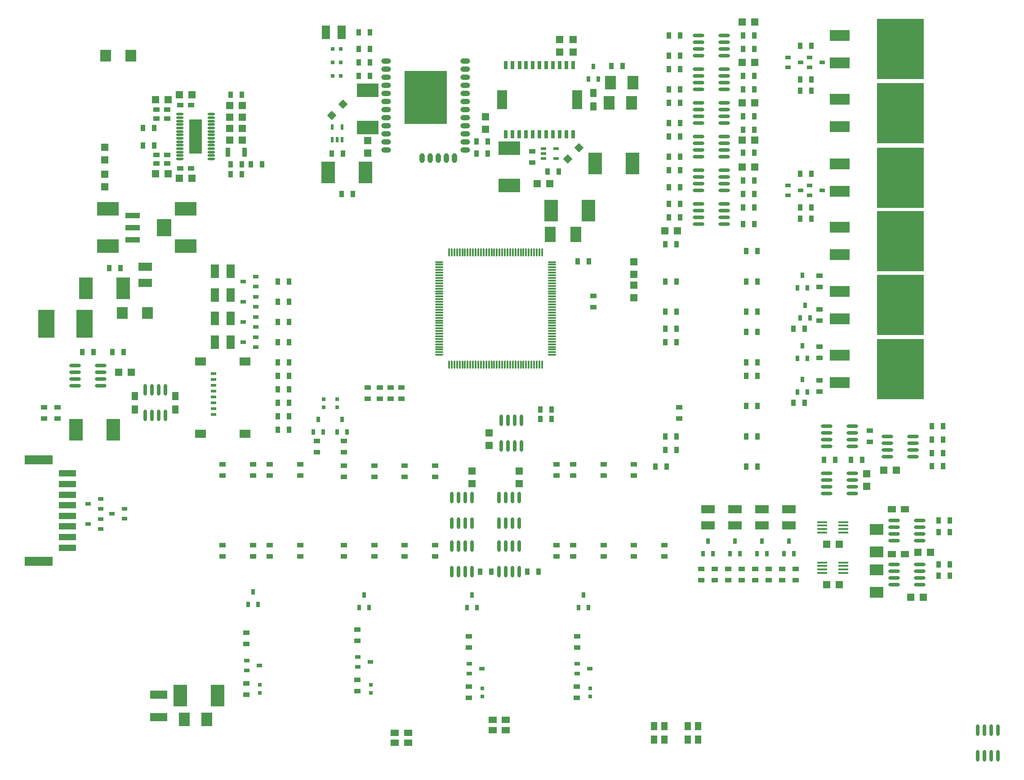
<source format=gtp>
G04 Layer_Color=8421504*
%FSLAX24Y24*%
%MOIN*%
G70*
G01*
G75*
%ADD10O,0.0236X0.0866*%
%ADD11R,0.1614X0.1024*%
%ADD12R,0.0571X0.0532*%
%ADD13P,0.0724X4X90.0*%
%ADD14R,0.0335X0.0512*%
%ADD15R,0.0492X0.0591*%
%ADD16R,0.0591X0.0492*%
%ADD17R,0.1230X0.2100*%
%ADD18R,0.0315X0.0315*%
%ADD19R,0.0532X0.0571*%
%ADD20R,0.0984X0.0787*%
%ADD21R,0.0512X0.0335*%
%ADD22R,0.0276X0.0394*%
%ADD23R,0.1024X0.0591*%
%ADD24R,0.0315X0.0315*%
%ADD25R,0.0827X0.1177*%
%ADD26R,0.1024X0.1614*%
%ADD27R,0.0394X0.0276*%
%ADD28R,0.1260X0.0472*%
%ADD29R,0.2087X0.0669*%
%ADD30R,0.0236X0.0394*%
%ADD31R,0.0787X0.0591*%
%ADD32R,0.0413X0.0236*%
%ADD33O,0.0866X0.0236*%
%ADD34R,0.0787X0.0984*%
%ADD35R,0.1260X0.0591*%
%ADD36R,0.0827X0.0906*%
%ADD37R,0.0591X0.1024*%
%ADD38O,0.0118X0.0650*%
%ADD39O,0.0650X0.0118*%
%ADD40R,0.0315X0.0591*%
%ADD41R,0.0748X0.1437*%
%ADD42R,0.0394X0.0236*%
%ADD43R,0.3150X0.3937*%
G04:AMPARAMS|DCode=44|XSize=39.4mil|YSize=72.8mil|CornerRadius=19.7mil|HoleSize=0mil|Usage=FLASHONLY|Rotation=90.000|XOffset=0mil|YOffset=0mil|HoleType=Round|Shape=RoundedRectangle|*
%AMROUNDEDRECTD44*
21,1,0.0394,0.0335,0,0,90.0*
21,1,0.0000,0.0728,0,0,90.0*
1,1,0.0394,0.0167,0.0000*
1,1,0.0394,0.0167,0.0000*
1,1,0.0394,-0.0167,0.0000*
1,1,0.0394,-0.0167,0.0000*
%
%ADD44ROUNDEDRECTD44*%
G04:AMPARAMS|DCode=45|XSize=39.4mil|YSize=72.8mil|CornerRadius=19.7mil|HoleSize=0mil|Usage=FLASHONLY|Rotation=180.000|XOffset=0mil|YOffset=0mil|HoleType=Round|Shape=RoundedRectangle|*
%AMROUNDEDRECTD45*
21,1,0.0394,0.0335,0,0,180.0*
21,1,0.0000,0.0728,0,0,180.0*
1,1,0.0394,0.0000,0.0167*
1,1,0.0394,0.0000,0.0167*
1,1,0.0394,0.0000,-0.0167*
1,1,0.0394,0.0000,-0.0167*
%
%ADD45ROUNDEDRECTD45*%
%ADD46O,0.0748X0.0161*%
%ADD47R,0.1500X0.0799*%
%ADD48R,0.3500X0.4500*%
%ADD49R,0.1063X0.1299*%
%ADD50R,0.1063X0.0394*%
%ADD51R,0.0374X0.0669*%
%ADD52R,0.0512X0.0354*%
%ADD53O,0.0551X0.0177*%
%ADD54R,0.0945X0.2559*%
D10*
X68250Y2945D02*
D03*
X67750D02*
D03*
X67250D02*
D03*
X66750D02*
D03*
X68250Y1055D02*
D03*
X67750D02*
D03*
X67250D02*
D03*
X66750D02*
D03*
X28250Y14705D02*
D03*
X28750D02*
D03*
X27750Y18305D02*
D03*
X28250D02*
D03*
X28750D02*
D03*
X29250D02*
D03*
X27750Y20195D02*
D03*
X28250D02*
D03*
X28750D02*
D03*
X29250D02*
D03*
Y16595D02*
D03*
X28750D02*
D03*
X28250D02*
D03*
X27750D02*
D03*
X29250Y14705D02*
D03*
X27750D02*
D03*
X31400Y24055D02*
D03*
X31900D02*
D03*
X32400D02*
D03*
X32900D02*
D03*
X31400Y25945D02*
D03*
X31900D02*
D03*
X32400D02*
D03*
X32900D02*
D03*
X6500Y28195D02*
D03*
X6000D02*
D03*
X5500D02*
D03*
X5000D02*
D03*
X6500Y26305D02*
D03*
X6000D02*
D03*
X5500D02*
D03*
X5000D02*
D03*
X31250Y18305D02*
D03*
X31750D02*
D03*
X32250D02*
D03*
X32750D02*
D03*
X31250Y20195D02*
D03*
X31750D02*
D03*
X32250D02*
D03*
X32750D02*
D03*
Y16595D02*
D03*
X32250D02*
D03*
X31750D02*
D03*
X31250D02*
D03*
X32750Y14705D02*
D03*
X31250D02*
D03*
X32250D02*
D03*
X31750D02*
D03*
D11*
X21500Y47672D02*
D03*
Y50428D02*
D03*
X32000Y43372D02*
D03*
Y46128D02*
D03*
X2250Y41628D02*
D03*
Y38872D02*
D03*
X8000Y41628D02*
D03*
Y38872D02*
D03*
D12*
X21500Y45787D02*
D03*
Y46713D02*
D03*
X41250Y37713D02*
D03*
Y36787D02*
D03*
Y35963D02*
D03*
Y35037D02*
D03*
X58500Y21963D02*
D03*
Y21037D02*
D03*
X30500Y25013D02*
D03*
Y24087D02*
D03*
X29250Y22163D02*
D03*
Y21237D02*
D03*
X35750Y54213D02*
D03*
Y53287D02*
D03*
X36750D02*
D03*
Y54213D02*
D03*
X30250Y48463D02*
D03*
Y47537D02*
D03*
X32750Y22163D02*
D03*
Y21237D02*
D03*
X2000Y45287D02*
D03*
Y46213D02*
D03*
Y44213D02*
D03*
Y43287D02*
D03*
D13*
X37168Y46168D02*
D03*
X36332Y45332D02*
D03*
X18832Y48582D02*
D03*
X19668Y49418D02*
D03*
D14*
X35151Y26745D02*
D03*
X34324D02*
D03*
X35151Y26045D02*
D03*
X34324D02*
D03*
X19663Y45750D02*
D03*
X18837D02*
D03*
X37913Y37750D02*
D03*
X37087D02*
D03*
X3163Y37250D02*
D03*
X2337D02*
D03*
X21663Y54750D02*
D03*
X20837D02*
D03*
X44413Y32750D02*
D03*
X43587D02*
D03*
X49587Y32500D02*
D03*
X50413D02*
D03*
X43587Y31750D02*
D03*
X44413D02*
D03*
X49587Y29250D02*
D03*
X50413D02*
D03*
X43587Y24750D02*
D03*
X44413D02*
D03*
X50413D02*
D03*
X49587D02*
D03*
X44413Y23750D02*
D03*
X43587D02*
D03*
X49587Y22500D02*
D03*
X50413D02*
D03*
X42837D02*
D03*
X43663D02*
D03*
X49587Y27000D02*
D03*
X50413D02*
D03*
X1163Y31000D02*
D03*
X337D02*
D03*
X3413D02*
D03*
X2587D02*
D03*
X49587Y30250D02*
D03*
X50413D02*
D03*
X20413Y42750D02*
D03*
X19587D02*
D03*
X15663Y36250D02*
D03*
X14837D02*
D03*
X15663Y34750D02*
D03*
X14837D02*
D03*
X15663Y33250D02*
D03*
X14837D02*
D03*
X15663Y31750D02*
D03*
X14837D02*
D03*
X35663Y44400D02*
D03*
X34837D02*
D03*
X43837Y42000D02*
D03*
X44663D02*
D03*
X50163Y41750D02*
D03*
X49337D02*
D03*
X30413Y46650D02*
D03*
X29587D02*
D03*
X50163Y54500D02*
D03*
X49337D02*
D03*
X43837D02*
D03*
X44663D02*
D03*
X53587Y53750D02*
D03*
X54413D02*
D03*
Y51250D02*
D03*
X53587D02*
D03*
X43837Y53000D02*
D03*
X44663D02*
D03*
X53587Y50400D02*
D03*
X54413D02*
D03*
X49337Y53500D02*
D03*
X50163D02*
D03*
X54413Y44250D02*
D03*
X53587D02*
D03*
X54413Y41750D02*
D03*
X53587D02*
D03*
Y40900D02*
D03*
X54413D02*
D03*
X50163Y50500D02*
D03*
X49337D02*
D03*
X43837Y52000D02*
D03*
X44663D02*
D03*
X53087Y27250D02*
D03*
X53913D02*
D03*
X43837Y50500D02*
D03*
X44663D02*
D03*
X49337Y51500D02*
D03*
X50163D02*
D03*
X53913Y32750D02*
D03*
X53087D02*
D03*
X44413Y36250D02*
D03*
X43587D02*
D03*
X49587D02*
D03*
X50413D02*
D03*
X43587Y39000D02*
D03*
X44413D02*
D03*
X50413Y38500D02*
D03*
X49587D02*
D03*
X44413Y34000D02*
D03*
X43587D02*
D03*
X49587D02*
D03*
X50413D02*
D03*
X63337Y23500D02*
D03*
X64163D02*
D03*
X55337Y23000D02*
D03*
X56163D02*
D03*
X57337D02*
D03*
X58163D02*
D03*
X49337Y48500D02*
D03*
X50163D02*
D03*
X49337Y47500D02*
D03*
X50163D02*
D03*
X49337Y45800D02*
D03*
X50163D02*
D03*
X43837Y49500D02*
D03*
X44663D02*
D03*
X64163Y24500D02*
D03*
X63337D02*
D03*
X43837Y48000D02*
D03*
X44663D02*
D03*
X63337Y25500D02*
D03*
X64163D02*
D03*
X43837Y47000D02*
D03*
X44663D02*
D03*
X43837Y45500D02*
D03*
X44663D02*
D03*
X21663Y53500D02*
D03*
X20837D02*
D03*
X21663Y52500D02*
D03*
X20837D02*
D03*
X21663Y51500D02*
D03*
X20837D02*
D03*
X30413Y45750D02*
D03*
X29587D02*
D03*
X64663Y14400D02*
D03*
X63837D02*
D03*
X64663Y15250D02*
D03*
X63837D02*
D03*
X49337Y40500D02*
D03*
X50163D02*
D03*
X64663Y18500D02*
D03*
X63837D02*
D03*
X44663Y41000D02*
D03*
X43837D02*
D03*
X64663Y17650D02*
D03*
X63837D02*
D03*
X49337Y43750D02*
D03*
X50163D02*
D03*
X49337Y42750D02*
D03*
X50163D02*
D03*
X43837Y44500D02*
D03*
X44663D02*
D03*
X43837Y43250D02*
D03*
X44663D02*
D03*
X14837Y26250D02*
D03*
X15663D02*
D03*
X14837Y25250D02*
D03*
X15663D02*
D03*
X14837Y27250D02*
D03*
X15663D02*
D03*
X14837Y28250D02*
D03*
X15663D02*
D03*
X14837Y29250D02*
D03*
X15663D02*
D03*
X14837Y30250D02*
D03*
X15663D02*
D03*
X63337Y22550D02*
D03*
X64163D02*
D03*
X39587Y52250D02*
D03*
X40413D02*
D03*
X29837Y14700D02*
D03*
X30663D02*
D03*
X33337D02*
D03*
X34163D02*
D03*
X12163Y50100D02*
D03*
X11337D02*
D03*
X5663Y47650D02*
D03*
X4837D02*
D03*
X12837Y44950D02*
D03*
X13663D02*
D03*
X5663Y46350D02*
D03*
X4837D02*
D03*
X12163Y44200D02*
D03*
X11337D02*
D03*
X12163Y44950D02*
D03*
X11337D02*
D03*
D15*
X38250Y50242D02*
D03*
Y49258D02*
D03*
X46000Y2258D02*
D03*
Y3242D02*
D03*
X45250Y2258D02*
D03*
Y3242D02*
D03*
X43500Y2258D02*
D03*
Y3242D02*
D03*
X42750Y2258D02*
D03*
Y3242D02*
D03*
X7250Y26758D02*
D03*
Y27742D02*
D03*
X4250Y26758D02*
D03*
Y27742D02*
D03*
D16*
X31742Y3700D02*
D03*
X30758D02*
D03*
X31742Y2950D02*
D03*
X30758D02*
D03*
X24492Y2750D02*
D03*
X23508D02*
D03*
X24492Y2000D02*
D03*
X23508D02*
D03*
X61342Y16000D02*
D03*
X60358D02*
D03*
Y19350D02*
D03*
X61342D02*
D03*
D17*
X522Y33100D02*
D03*
X-2322D02*
D03*
D18*
X19495Y53500D02*
D03*
X18905D02*
D03*
Y52500D02*
D03*
X19495D02*
D03*
Y51500D02*
D03*
X18905D02*
D03*
D19*
X35013Y43500D02*
D03*
X34087D02*
D03*
X3037Y29500D02*
D03*
X3963D02*
D03*
X50213Y52500D02*
D03*
X49287D02*
D03*
Y55500D02*
D03*
X50213D02*
D03*
X60713Y22250D02*
D03*
X59787D02*
D03*
X49287Y49500D02*
D03*
X50213D02*
D03*
Y46750D02*
D03*
X49287D02*
D03*
X55537Y13750D02*
D03*
X56463D02*
D03*
X62713Y12800D02*
D03*
X61787D02*
D03*
X55537Y16750D02*
D03*
X56463D02*
D03*
X63225Y16150D02*
D03*
X62300D02*
D03*
X44463Y40000D02*
D03*
X43537D02*
D03*
X50213Y44750D02*
D03*
X49287D02*
D03*
X11287Y47600D02*
D03*
X12213D02*
D03*
X12213Y46750D02*
D03*
X11287D02*
D03*
X12213Y48450D02*
D03*
X11287D02*
D03*
X8463Y43900D02*
D03*
X7537D02*
D03*
X5787Y44250D02*
D03*
X6713D02*
D03*
X8463Y50100D02*
D03*
X7537D02*
D03*
X5787Y49750D02*
D03*
X6713D02*
D03*
X12213Y49300D02*
D03*
X11287D02*
D03*
D20*
X59250Y17827D02*
D03*
Y16173D02*
D03*
Y13173D02*
D03*
Y14827D02*
D03*
D21*
X13000Y22663D02*
D03*
Y21837D02*
D03*
Y16663D02*
D03*
Y15837D02*
D03*
X47250Y14913D02*
D03*
Y14087D02*
D03*
X52250D02*
D03*
Y14913D02*
D03*
X53250D02*
D03*
Y14087D02*
D03*
X46250D02*
D03*
Y14913D02*
D03*
X48250Y14087D02*
D03*
Y14913D02*
D03*
X49250D02*
D03*
Y14087D02*
D03*
X50250D02*
D03*
Y14913D02*
D03*
X51250D02*
D03*
Y14087D02*
D03*
X19750Y23587D02*
D03*
Y24413D02*
D03*
X24250Y22563D02*
D03*
Y21737D02*
D03*
X24250Y16663D02*
D03*
Y15837D02*
D03*
X29000Y9087D02*
D03*
Y9913D02*
D03*
Y5337D02*
D03*
Y6163D02*
D03*
X17750Y23587D02*
D03*
Y24413D02*
D03*
X10750Y16663D02*
D03*
Y15837D02*
D03*
Y22663D02*
D03*
Y21837D02*
D03*
X37000Y5337D02*
D03*
Y6163D02*
D03*
X37050Y9087D02*
D03*
Y9913D02*
D03*
X26500Y16663D02*
D03*
Y15837D02*
D03*
X26500Y22563D02*
D03*
Y21737D02*
D03*
X39000Y21837D02*
D03*
Y22663D02*
D03*
Y16663D02*
D03*
Y15837D02*
D03*
X35500Y16663D02*
D03*
Y15837D02*
D03*
Y22663D02*
D03*
Y21837D02*
D03*
X41250D02*
D03*
Y22663D02*
D03*
Y16663D02*
D03*
Y15837D02*
D03*
X36750Y21837D02*
D03*
Y22663D02*
D03*
Y16663D02*
D03*
Y15837D02*
D03*
X44600Y26913D02*
D03*
Y26087D02*
D03*
X43500Y15837D02*
D03*
Y16663D02*
D03*
X16500Y21837D02*
D03*
Y22663D02*
D03*
Y15837D02*
D03*
Y16663D02*
D03*
X-1500Y26087D02*
D03*
Y26913D02*
D03*
X-2500Y26087D02*
D03*
Y26913D02*
D03*
X33700Y45087D02*
D03*
Y45913D02*
D03*
X24000Y27537D02*
D03*
Y28363D02*
D03*
X23200Y27537D02*
D03*
Y28363D02*
D03*
X22400Y27537D02*
D03*
Y28363D02*
D03*
X21500Y27537D02*
D03*
Y28363D02*
D03*
X55000Y28913D02*
D03*
Y28087D02*
D03*
Y34163D02*
D03*
Y33337D02*
D03*
X58750Y24337D02*
D03*
Y25163D02*
D03*
X12500Y5587D02*
D03*
Y6413D02*
D03*
Y9337D02*
D03*
Y10163D02*
D03*
X19750Y16663D02*
D03*
Y15837D02*
D03*
X19750Y22563D02*
D03*
Y21737D02*
D03*
X20750Y5837D02*
D03*
Y6663D02*
D03*
Y9587D02*
D03*
Y10413D02*
D03*
X14250Y21837D02*
D03*
Y22663D02*
D03*
X22000Y16663D02*
D03*
Y15837D02*
D03*
X14250D02*
D03*
Y16663D02*
D03*
X22000Y22563D02*
D03*
Y21737D02*
D03*
X38250Y35163D02*
D03*
Y34337D02*
D03*
X55000Y31413D02*
D03*
Y30587D02*
D03*
Y36663D02*
D03*
Y35837D02*
D03*
D22*
X52376Y16028D02*
D03*
X53124D02*
D03*
X52750Y16972D02*
D03*
X46750D02*
D03*
X47124Y16028D02*
D03*
X46376D02*
D03*
X48376D02*
D03*
X49124D02*
D03*
X48750Y16972D02*
D03*
X50750D02*
D03*
X51124Y16028D02*
D03*
X50376D02*
D03*
X28876Y12028D02*
D03*
X29624D02*
D03*
X29250Y12972D02*
D03*
X37126Y12028D02*
D03*
X37874D02*
D03*
X37500Y12972D02*
D03*
X17476Y25078D02*
D03*
X18224D02*
D03*
X17850Y26022D02*
D03*
X19600D02*
D03*
X19974Y25078D02*
D03*
X19226D02*
D03*
X53376Y28028D02*
D03*
X54124D02*
D03*
X53750Y28972D02*
D03*
Y31472D02*
D03*
X54124Y30528D02*
D03*
X53376D02*
D03*
X53576Y33528D02*
D03*
X54324D02*
D03*
X53950Y34472D02*
D03*
X53750Y36722D02*
D03*
X54124Y35778D02*
D03*
X53376D02*
D03*
X37876Y51278D02*
D03*
X38624D02*
D03*
X38250Y52222D02*
D03*
X12626Y12278D02*
D03*
X13374D02*
D03*
X13000Y13222D02*
D03*
X20876Y12028D02*
D03*
X21624D02*
D03*
X21250Y12972D02*
D03*
D23*
X52750Y18159D02*
D03*
Y19341D02*
D03*
X46750Y18159D02*
D03*
Y19341D02*
D03*
X48750Y18159D02*
D03*
Y19341D02*
D03*
X50750Y18159D02*
D03*
Y19341D02*
D03*
X5000Y37341D02*
D03*
Y36159D02*
D03*
D24*
X19250Y27495D02*
D03*
Y26905D02*
D03*
X30000Y6045D02*
D03*
Y5455D02*
D03*
X18250Y27495D02*
D03*
Y26905D02*
D03*
X38000Y6045D02*
D03*
Y5455D02*
D03*
X13500Y5705D02*
D03*
Y6295D02*
D03*
X21750D02*
D03*
Y5705D02*
D03*
D25*
X35053Y39750D02*
D03*
X36947D02*
D03*
D26*
X35122Y41500D02*
D03*
X37878D02*
D03*
X18572Y44350D02*
D03*
X21328D02*
D03*
X2628Y25250D02*
D03*
X-128D02*
D03*
X622Y35750D02*
D03*
X3378D02*
D03*
X10378Y5500D02*
D03*
X7622D02*
D03*
X41128Y45000D02*
D03*
X38372D02*
D03*
D27*
X29972Y7500D02*
D03*
X29028Y7126D02*
D03*
Y7874D02*
D03*
X2528Y19000D02*
D03*
X3472Y19374D02*
D03*
Y18626D02*
D03*
X1722Y19376D02*
D03*
Y20124D02*
D03*
X778Y19750D02*
D03*
Y18250D02*
D03*
X1722Y18624D02*
D03*
Y17876D02*
D03*
X37972Y7500D02*
D03*
X37028Y7126D02*
D03*
Y7874D02*
D03*
X13222Y35876D02*
D03*
Y36624D02*
D03*
X12278Y36250D02*
D03*
Y34750D02*
D03*
X13222Y35124D02*
D03*
Y34376D02*
D03*
Y32876D02*
D03*
Y33624D02*
D03*
X12278Y33250D02*
D03*
Y31750D02*
D03*
X13222Y32124D02*
D03*
Y31376D02*
D03*
X52678Y52874D02*
D03*
Y52126D02*
D03*
X53622Y52500D02*
D03*
X55222D02*
D03*
X54278Y52126D02*
D03*
Y52874D02*
D03*
X52678Y43374D02*
D03*
Y42626D02*
D03*
X53622Y43000D02*
D03*
X55222D02*
D03*
X54278Y42626D02*
D03*
Y43374D02*
D03*
X13472Y7750D02*
D03*
X12528Y7376D02*
D03*
Y8124D02*
D03*
X21722Y8000D02*
D03*
X20778Y7626D02*
D03*
Y8374D02*
D03*
D28*
X-750Y16488D02*
D03*
Y17276D02*
D03*
Y18063D02*
D03*
Y18850D02*
D03*
Y19638D02*
D03*
Y20425D02*
D03*
Y21213D02*
D03*
Y22000D02*
D03*
D29*
X-2907Y15490D02*
D03*
Y23010D02*
D03*
D30*
X18876Y46778D02*
D03*
X19250D02*
D03*
X19624D02*
D03*
Y47722D02*
D03*
X18876D02*
D03*
D31*
X9093Y24946D02*
D03*
Y30300D02*
D03*
X12400Y24946D02*
D03*
Y30300D02*
D03*
D32*
X10089Y26375D02*
D03*
Y26808D02*
D03*
Y27241D02*
D03*
Y27674D02*
D03*
Y28107D02*
D03*
Y28540D02*
D03*
Y28973D02*
D03*
Y29406D02*
D03*
D33*
X46055Y54500D02*
D03*
Y54000D02*
D03*
Y53500D02*
D03*
Y53000D02*
D03*
X47945Y54500D02*
D03*
Y54000D02*
D03*
Y53500D02*
D03*
Y53000D02*
D03*
Y50500D02*
D03*
Y51000D02*
D03*
Y51500D02*
D03*
Y52000D02*
D03*
X46055Y50500D02*
D03*
Y51000D02*
D03*
Y51500D02*
D03*
Y52000D02*
D03*
Y49500D02*
D03*
Y49000D02*
D03*
Y48500D02*
D03*
Y48000D02*
D03*
X47945Y49500D02*
D03*
Y49000D02*
D03*
Y48500D02*
D03*
Y48000D02*
D03*
X46055Y47000D02*
D03*
Y46500D02*
D03*
Y46000D02*
D03*
Y45500D02*
D03*
X47945Y47000D02*
D03*
Y46500D02*
D03*
Y46000D02*
D03*
Y45500D02*
D03*
X46055Y42000D02*
D03*
Y41500D02*
D03*
Y41000D02*
D03*
Y40500D02*
D03*
X47945Y42000D02*
D03*
Y41500D02*
D03*
Y41000D02*
D03*
Y40500D02*
D03*
X46055Y44500D02*
D03*
Y44000D02*
D03*
Y43500D02*
D03*
Y43000D02*
D03*
X47945Y44500D02*
D03*
Y44000D02*
D03*
Y43500D02*
D03*
Y43000D02*
D03*
X-195Y30000D02*
D03*
Y29500D02*
D03*
Y29000D02*
D03*
Y28500D02*
D03*
X1695Y30000D02*
D03*
Y29500D02*
D03*
Y29000D02*
D03*
Y28500D02*
D03*
X57445Y24000D02*
D03*
Y24500D02*
D03*
Y25000D02*
D03*
Y25500D02*
D03*
X55555Y24000D02*
D03*
Y24500D02*
D03*
Y25000D02*
D03*
Y25500D02*
D03*
X61945Y23250D02*
D03*
Y23750D02*
D03*
Y24250D02*
D03*
Y24750D02*
D03*
X60055Y23250D02*
D03*
Y23750D02*
D03*
Y24250D02*
D03*
Y24750D02*
D03*
X57445Y20500D02*
D03*
Y21000D02*
D03*
Y21500D02*
D03*
Y22000D02*
D03*
X55555Y20500D02*
D03*
Y21000D02*
D03*
Y21500D02*
D03*
Y22000D02*
D03*
X60555Y15250D02*
D03*
Y14750D02*
D03*
Y14250D02*
D03*
Y13750D02*
D03*
X62445Y15250D02*
D03*
Y14750D02*
D03*
Y14250D02*
D03*
Y13750D02*
D03*
Y17000D02*
D03*
Y17500D02*
D03*
Y18000D02*
D03*
Y18500D02*
D03*
X60555Y17000D02*
D03*
Y17500D02*
D03*
Y18000D02*
D03*
Y18500D02*
D03*
D34*
X39423Y49500D02*
D03*
X41077D02*
D03*
X7923Y3750D02*
D03*
X9577D02*
D03*
X41177Y51000D02*
D03*
X39523D02*
D03*
D35*
X6000Y5577D02*
D03*
Y3923D02*
D03*
D36*
X5185Y33900D02*
D03*
X3315D02*
D03*
X2065Y53000D02*
D03*
X3935D02*
D03*
D37*
X10159Y37000D02*
D03*
X11341D02*
D03*
X10159Y35250D02*
D03*
X11341D02*
D03*
X10159Y33500D02*
D03*
X11341D02*
D03*
X10159Y31750D02*
D03*
X11341D02*
D03*
X19591Y54750D02*
D03*
X18409D02*
D03*
D38*
X34433Y30072D02*
D03*
X34236D02*
D03*
X34039D02*
D03*
X33842D02*
D03*
X33645D02*
D03*
X33448D02*
D03*
X33252D02*
D03*
X33055D02*
D03*
X32858D02*
D03*
X32661D02*
D03*
X32464D02*
D03*
X32267D02*
D03*
X32070D02*
D03*
X31874D02*
D03*
X31677D02*
D03*
X31480D02*
D03*
X31283D02*
D03*
X31086D02*
D03*
X30889D02*
D03*
X30693D02*
D03*
X30496D02*
D03*
X30299D02*
D03*
X30102D02*
D03*
X29905D02*
D03*
X29708D02*
D03*
X29511D02*
D03*
X29315D02*
D03*
X29118D02*
D03*
X28921D02*
D03*
X28724D02*
D03*
X28527D02*
D03*
X28330D02*
D03*
X28133D02*
D03*
X27937D02*
D03*
X27740D02*
D03*
X27543D02*
D03*
Y38419D02*
D03*
X27740D02*
D03*
X27937D02*
D03*
X28133D02*
D03*
X28330D02*
D03*
X28527D02*
D03*
X28724D02*
D03*
X28921D02*
D03*
X29118D02*
D03*
X29315D02*
D03*
X29511D02*
D03*
X29708D02*
D03*
X29905D02*
D03*
X30102D02*
D03*
X30299D02*
D03*
X30496D02*
D03*
X30693D02*
D03*
X30889D02*
D03*
X31086D02*
D03*
X31283D02*
D03*
X31480D02*
D03*
X31677D02*
D03*
X31874D02*
D03*
X32070D02*
D03*
X32267D02*
D03*
X32464D02*
D03*
X32661D02*
D03*
X32858D02*
D03*
X33055D02*
D03*
X33252D02*
D03*
X33448D02*
D03*
X33645D02*
D03*
X33842D02*
D03*
X34039D02*
D03*
X34236D02*
D03*
X34433D02*
D03*
D39*
X26815Y30800D02*
D03*
Y30997D02*
D03*
Y31194D02*
D03*
Y31391D02*
D03*
Y31588D02*
D03*
Y31785D02*
D03*
Y31981D02*
D03*
Y32178D02*
D03*
Y32375D02*
D03*
Y32572D02*
D03*
Y32769D02*
D03*
Y32966D02*
D03*
Y33163D02*
D03*
Y33359D02*
D03*
Y33556D02*
D03*
Y33753D02*
D03*
Y33950D02*
D03*
Y34147D02*
D03*
Y34344D02*
D03*
Y34541D02*
D03*
Y34737D02*
D03*
Y34934D02*
D03*
Y35131D02*
D03*
Y35328D02*
D03*
Y35525D02*
D03*
Y35722D02*
D03*
Y35919D02*
D03*
Y36115D02*
D03*
Y36312D02*
D03*
Y36509D02*
D03*
Y36706D02*
D03*
Y36903D02*
D03*
Y37100D02*
D03*
Y37296D02*
D03*
Y37493D02*
D03*
Y37690D02*
D03*
X35161D02*
D03*
Y37493D02*
D03*
Y37296D02*
D03*
Y37100D02*
D03*
Y36903D02*
D03*
Y36706D02*
D03*
Y36509D02*
D03*
Y36312D02*
D03*
Y36115D02*
D03*
Y35919D02*
D03*
Y35722D02*
D03*
Y35525D02*
D03*
Y35328D02*
D03*
Y35131D02*
D03*
Y34934D02*
D03*
Y34737D02*
D03*
Y34541D02*
D03*
Y34344D02*
D03*
Y34147D02*
D03*
Y33950D02*
D03*
Y33753D02*
D03*
Y33556D02*
D03*
Y33359D02*
D03*
Y33163D02*
D03*
Y32966D02*
D03*
Y32769D02*
D03*
Y32572D02*
D03*
Y32375D02*
D03*
Y32178D02*
D03*
Y31981D02*
D03*
Y31785D02*
D03*
Y31588D02*
D03*
Y31391D02*
D03*
Y31194D02*
D03*
Y30997D02*
D03*
Y30800D02*
D03*
D40*
X31750Y47191D02*
D03*
X32250D02*
D03*
X32750D02*
D03*
X33250D02*
D03*
X33750D02*
D03*
X34250D02*
D03*
X34750D02*
D03*
X35250D02*
D03*
X35750D02*
D03*
X36250D02*
D03*
X36750D02*
D03*
Y52309D02*
D03*
X36250D02*
D03*
X35750D02*
D03*
X35250D02*
D03*
X34750D02*
D03*
X34250D02*
D03*
X33750D02*
D03*
X33250D02*
D03*
X32759D02*
D03*
X32250D02*
D03*
X31750D02*
D03*
D41*
X31474Y49750D02*
D03*
X37026D02*
D03*
D42*
X34528Y46124D02*
D03*
Y45750D02*
D03*
Y45376D02*
D03*
X35472D02*
D03*
Y46124D02*
D03*
D43*
X25800Y49898D02*
D03*
D44*
X28727Y46000D02*
D03*
Y46600D02*
D03*
Y47200D02*
D03*
Y47800D02*
D03*
Y48400D02*
D03*
Y49600D02*
D03*
Y52000D02*
D03*
Y52600D02*
D03*
X22873D02*
D03*
Y52000D02*
D03*
Y51400D02*
D03*
Y50800D02*
D03*
Y50200D02*
D03*
Y49600D02*
D03*
Y49000D02*
D03*
Y48400D02*
D03*
Y47800D02*
D03*
Y47200D02*
D03*
Y46600D02*
D03*
Y46000D02*
D03*
X28727Y51400D02*
D03*
Y50200D02*
D03*
Y49000D02*
D03*
Y50800D02*
D03*
D45*
X25548Y45421D02*
D03*
X26148D02*
D03*
X26748D02*
D03*
X27348D02*
D03*
X27948D02*
D03*
D46*
X55222Y15384D02*
D03*
Y15128D02*
D03*
Y14872D02*
D03*
Y14616D02*
D03*
X56778Y15384D02*
D03*
Y15128D02*
D03*
Y14872D02*
D03*
Y14616D02*
D03*
X55222Y18384D02*
D03*
Y18128D02*
D03*
Y17872D02*
D03*
Y17616D02*
D03*
X56778Y18384D02*
D03*
Y18128D02*
D03*
Y17872D02*
D03*
Y17616D02*
D03*
D47*
X56500Y52478D02*
D03*
Y54522D02*
D03*
Y44972D02*
D03*
Y42928D02*
D03*
Y28728D02*
D03*
Y30772D02*
D03*
Y35522D02*
D03*
Y33478D02*
D03*
Y47728D02*
D03*
Y49772D02*
D03*
Y40272D02*
D03*
Y38228D02*
D03*
D48*
X61000Y53500D02*
D03*
Y43950D02*
D03*
Y29750D02*
D03*
Y34500D02*
D03*
Y48750D02*
D03*
Y39250D02*
D03*
D49*
X6411Y40250D02*
D03*
D50*
X4089Y39344D02*
D03*
Y40250D02*
D03*
Y41156D02*
D03*
D51*
X11140Y45850D02*
D03*
X12360D02*
D03*
D52*
X6644Y48350D02*
D03*
X5856D02*
D03*
X6644Y45650D02*
D03*
X5856D02*
D03*
X8394Y44650D02*
D03*
X7606D02*
D03*
X5856Y45000D02*
D03*
X6644D02*
D03*
X5856Y49000D02*
D03*
X6644D02*
D03*
X8394Y49350D02*
D03*
X7606D02*
D03*
D53*
X9911Y45337D02*
D03*
Y45593D02*
D03*
Y45848D02*
D03*
Y46104D02*
D03*
Y46360D02*
D03*
Y46616D02*
D03*
Y46872D02*
D03*
Y47128D02*
D03*
Y47384D02*
D03*
Y47640D02*
D03*
Y47896D02*
D03*
Y48152D02*
D03*
Y48407D02*
D03*
Y48663D02*
D03*
X7589Y45337D02*
D03*
Y45593D02*
D03*
Y45848D02*
D03*
Y46104D02*
D03*
Y46360D02*
D03*
Y46616D02*
D03*
Y46872D02*
D03*
Y47128D02*
D03*
Y47384D02*
D03*
Y47640D02*
D03*
Y47896D02*
D03*
Y48152D02*
D03*
Y48407D02*
D03*
Y48663D02*
D03*
D54*
X8750Y47000D02*
D03*
M02*

</source>
